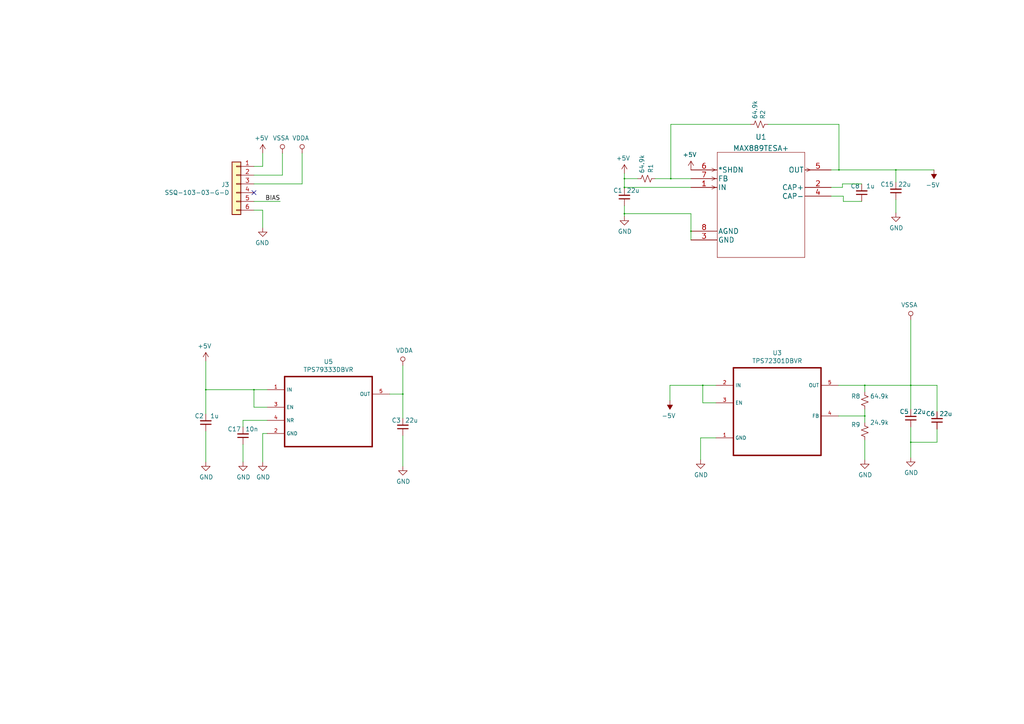
<source format=kicad_sch>
(kicad_sch (version 20210621) (generator eeschema)
  (paper "A4")
  (lib_symbols
    (symbol "Connector_Generic:Conn_01x06" (pin_names hide)
      (property "Reference" "J" (at 0 7.62 0))
      (property "Value" "Conn_01x06" (at 0 -10.16 0))
      (symbol "Conn_01x06_1_1"
        (rectangle (start -1.27 -7.493) (end 0 -7.747) (stroke (width 0.1524)))
        (rectangle (start -1.27 -4.953) (end 0 -5.207) (stroke (width 0.1524)))
        (rectangle (start -1.27 -2.413) (end 0 -2.667) (stroke (width 0.1524)))
        (rectangle (start -1.27 0.127) (end 0 -0.127) (stroke (width 0.1524)))
        (rectangle (start -1.27 2.667) (end 0 2.413) (stroke (width 0.1524)))
        (rectangle (start -1.27 5.207) (end 0 4.953) (stroke (width 0.1524)))
        (rectangle (start -1.27 6.35) (end 1.27 -8.89) (stroke (width 0.254)) (fill (type background)))
        (pin passive line (at -5.08 5.08 0) (length 3.81) (name "Pin_1") (number "1"))
        (pin passive line (at -5.08 2.54 0) (length 3.81) (name "Pin_2") (number "2"))
        (pin passive line (at -5.08 0 0) (length 3.81) (name "Pin_3") (number "3"))
        (pin passive line (at -5.08 -2.54 0) (length 3.81) (name "Pin_4") (number "4"))
        (pin passive line (at -5.08 -5.08 0) (length 3.81) (name "Pin_5") (number "5"))
        (pin passive line (at -5.08 -7.62 0) (length 3.81) (name "Pin_6") (number "6"))
      )
    )
    (symbol "Device:C_Small" (pin_numbers hide) (pin_names (offset 0.254) hide)
      (property "Reference" "C" (at 0.254 1.778 0))
      (property "Value" "C_Small" (at 0.254 -2.032 0))
      (symbol "C_Small_0_1"
        (polyline (pts (xy -1.524 -0.508) (xy 1.524 -0.508)) (stroke (width 0.3302)))
        (polyline (pts (xy -1.524 0.508) (xy 1.524 0.508)) (stroke (width 0.3048)))
      )
      (symbol "C_Small_1_1"
        (pin passive line (at 0 2.54 270) (length 2.032) (name "~") (number "1"))
        (pin passive line (at 0 -2.54 90) (length 2.032) (name "~") (number "2"))
      )
    )
    (symbol "Device:R_Small_US" (pin_numbers hide) (pin_names (offset 0.254) hide)
      (property "Reference" "R" (at 0.762 0.508 0))
      (property "Value" "R_Small_US" (at 0.762 -1.016 0))
      (symbol "R_Small_US_1_1"
        (polyline (pts (xy 0 0) (xy 1.016 -0.381) (xy 0 -0.762) (xy -1.016 -1.143) (xy 0 -1.524)))
        (polyline (pts (xy 0 1.524) (xy 1.016 1.143) (xy 0 0.762) (xy -1.016 0.381) (xy 0 0)))
        (pin passive line (at 0 2.54 270) (length 1.016) (name "~") (number "1"))
        (pin passive line (at 0 -2.54 90) (length 1.016) (name "~") (number "2"))
      )
    )
    (symbol "TPS72301DBVR:TPS72301DBVR"
      (property "Reference" "U" (at -5.5372 12.2682 0))
      (property "Value" "TPS72301DBVR" (at -3.8862 -18.2372 0))
      (symbol "TPS72301DBVR_0_0"
        (polyline (pts (xy -12.7 -15.24) (xy 12.7 -15.24)) (stroke (width 0.4064)))
        (polyline (pts (xy -12.7 10.16) (xy -12.7 -15.24)) (stroke (width 0.4064)))
        (polyline (pts (xy 12.7 -15.24) (xy 12.7 10.16)) (stroke (width 0.4064)))
        (polyline (pts (xy 12.7 10.16) (xy -12.7 10.16)) (stroke (width 0.4064)))
        (pin passive line (at -17.78 -10.16 0) (length 5.08) (name "GND") (number "1"))
        (pin power_in line (at -17.78 5.08 0) (length 5.08) (name "IN") (number "2"))
        (pin input line (at -17.78 0 0) (length 5.08) (name "EN") (number "3"))
        (pin input line (at 17.78 -3.81 180) (length 5.08) (name "FB") (number "4"))
        (pin output line (at 17.78 5.08 180) (length 5.08) (name "OUT") (number "5"))
      )
    )
    (symbol "TPS79333DBVR:TPS79333DBVR"
      (property "Reference" "U" (at -4.8006 9.6012 0))
      (property "Value" "TPS79333DBVR" (at -3.7592 -16.2052 0))
      (symbol "TPS79333DBVR_0_0"
        (polyline (pts (xy -12.7 -12.7) (xy 12.7 -12.7)) (stroke (width 0.4064)))
        (polyline (pts (xy -12.7 7.62) (xy -12.7 -12.7)) (stroke (width 0.4064)))
        (polyline (pts (xy 12.7 -12.7) (xy 12.7 7.62)) (stroke (width 0.4064)))
        (polyline (pts (xy 12.7 7.62) (xy -12.7 7.62)) (stroke (width 0.4064)))
        (pin input line (at -17.78 3.81 0) (length 5.08) (name "IN") (number "1"))
        (pin passive line (at -17.78 -8.89 0) (length 5.08) (name "GND") (number "2"))
        (pin input line (at -17.78 -1.27 0) (length 5.08) (name "EN") (number "3"))
        (pin input line (at -17.78 -5.08 0) (length 5.08) (name "NR") (number "4"))
        (pin output line (at 17.78 2.54 180) (length 5.08) (name "OUT") (number "5"))
      )
    )
    (symbol "max889:MAX889TESA+" (pin_names (offset 0.254))
      (property "Reference" "U" (at 20.32 10.16 0))
      (property "Value" "MAX889TESA+" (at 20.32 7.62 0))
      (symbol "MAX889TESA+_1_1"
        (polyline (pts (xy 7.112 -5.08) (xy 6.0452 -5.588)) (stroke (width 0.127)))
        (polyline (pts (xy 7.112 -5.08) (xy 6.0452 -4.572)) (stroke (width 0.127)))
        (polyline (pts (xy 7.112 -2.54) (xy 6.0452 -3.048)) (stroke (width 0.127)))
        (polyline (pts (xy 7.112 -2.54) (xy 6.0452 -2.032)) (stroke (width 0.127)))
        (polyline (pts (xy 7.112 0) (xy 6.0452 -0.508)) (stroke (width 0.127)))
        (polyline (pts (xy 7.112 0) (xy 6.0452 0.508)) (stroke (width 0.127)))
        (polyline (pts (xy 7.62 -25.4) (xy 33.02 -25.4)) (stroke (width 0.127)))
        (polyline (pts (xy 7.62 5.08) (xy 7.62 -25.4)) (stroke (width 0.127)))
        (polyline (pts (xy 33.02 -25.4) (xy 33.02 5.08)) (stroke (width 0.127)))
        (polyline (pts (xy 33.02 5.08) (xy 7.62 5.08)) (stroke (width 0.127)))
        (polyline (pts (xy 33.528 -0.508) (xy 34.5948 0)) (stroke (width 0.127)))
        (polyline (pts (xy 33.528 0.508) (xy 34.5948 0)) (stroke (width 0.127)))
        (pin input line (at 0 -5.08 0) (length 7.62) (name "IN") (number "1"))
        (pin unspecified line (at 40.64 -5.08 180) (length 7.62) (name "CAP+") (number "2"))
        (pin power_in line (at 0 -20.32 0) (length 7.62) (name "GND") (number "3"))
        (pin unspecified line (at 40.64 -7.62 180) (length 7.62) (name "CAP-") (number "4"))
        (pin output line (at 40.64 0 180) (length 7.62) (name "OUT") (number "5"))
        (pin input line (at 0 0 0) (length 7.62) (name "*SHDN") (number "6"))
        (pin input line (at 0 -2.54 0) (length 7.62) (name "FB") (number "7"))
        (pin power_in line (at 0 -17.78 0) (length 7.62) (name "AGND") (number "8"))
      )
    )
    (symbol "power:+5V" (power) (pin_names (offset 0))
      (property "Value" "+5V" (at 0 3.556 0))
      (symbol "+5V_0_1"
        (polyline (pts (xy -0.762 1.27) (xy 0 2.54)))
        (polyline (pts (xy 0 0) (xy 0 2.54)))
        (polyline (pts (xy 0 2.54) (xy 0.762 1.27)))
      )
      (symbol "+5V_1_1"
        (pin power_in line (at 0 0 90) (length 0) hide (name "+5V") (number "1"))
      )
    )
    (symbol "power:-5V" (power) (pin_names (offset 0))
      (property "Value" "-5V" (at 0 3.81 0))
      (symbol "-5V_0_0"
        (pin power_in line (at 0 0 90) (length 0) hide (name "-5V") (number "1"))
      )
      (symbol "-5V_0_1"
        (polyline (pts (xy 0 0) (xy 0 1.27) (xy 0.762 1.27) (xy 0 2.54) (xy -0.762 1.27) (xy 0 1.27)) (fill (type outline)))
      )
    )
    (symbol "power:GND" (power) (pin_names (offset 0))
      (property "Value" "GND" (at 0 -3.81 0))
      (symbol "GND_0_1"
        (polyline (pts (xy 0 0) (xy 0 -1.27) (xy 1.27 -1.27) (xy 0 -2.54) (xy -1.27 -1.27) (xy 0 -1.27)))
      )
      (symbol "GND_1_1"
        (pin power_in line (at 0 0 270) (length 0) hide (name "GND") (number "1"))
      )
    )
    (symbol "power:VDDA" (power) (pin_names (offset 0))
      (property "Value" "VDDA" (at 0 3.81 0))
      (symbol "VDDA_0_1"
        (circle (center 0 1.905) (radius 0.635))
        (polyline (pts (xy 0 0) (xy 0 1.27)))
      )
      (symbol "VDDA_1_1"
        (pin power_in line (at 0 0 90) (length 0) hide (name "VDDA") (number "1"))
      )
    )
    (symbol "power:VSSA" (power) (pin_names (offset 0))
      (property "Value" "VSSA" (at 0 3.81 0))
      (symbol "VSSA_0_1"
        (circle (center 0 1.905) (radius 0.635))
        (polyline (pts (xy 0 0) (xy 0 1.27)))
      )
      (symbol "VSSA_1_1"
        (pin power_in line (at 0 0 90) (length 0) hide (name "VSSA") (number "1"))
      )
    )
  )
  (junction (at 59.69 113.03) (diameter 0.3048))
  (junction (at 73.66 113.03) (diameter 0.3048))
  (junction (at 116.84 114.3) (diameter 0.3048))
  (junction (at 181.102 51.816) (diameter 0.3048))
  (junction (at 181.102 54.356) (diameter 0.3048))
  (junction (at 181.102 61.976) (diameter 0.3048))
  (junction (at 194.564 51.816) (diameter 0.3048))
  (junction (at 200.406 67.056) (diameter 0.3048))
  (junction (at 203.835 111.76) (diameter 0.3048))
  (junction (at 243.332 49.276) (diameter 0.3048))
  (junction (at 250.825 111.76) (diameter 0.3048))
  (junction (at 250.825 120.65) (diameter 0.3048))
  (junction (at 259.842 49.276) (diameter 0.3048))
  (junction (at 264.16 111.76) (diameter 0.3048))
  (junction (at 264.16 128.27) (diameter 0.3048))
  (no_connect (at 73.66 55.88))
  (wire (pts (xy 59.69 104.775) (xy 59.69 113.03)))
  (wire (pts (xy 59.69 113.03) (xy 59.69 120.015)))
  (wire (pts (xy 59.69 125.095) (xy 59.69 133.985)))
  (wire (pts (xy 70.485 123.825) (xy 70.485 121.92)))
  (wire (pts (xy 70.485 133.985) (xy 70.485 128.905)))
  (wire (pts (xy 73.66 58.42) (xy 81.28 58.42)))
  (wire (pts (xy 73.66 113.03) (xy 59.69 113.03)))
  (wire (pts (xy 73.66 113.03) (xy 77.47 113.03)))
  (wire (pts (xy 73.66 118.11) (xy 73.66 113.03)))
  (wire (pts (xy 76.2 48.26) (xy 73.66 48.26)))
  (wire (pts (xy 76.2 48.26) (xy 76.2 44.45)))
  (wire (pts (xy 76.2 60.96) (xy 73.66 60.96)))
  (wire (pts (xy 76.2 60.96) (xy 76.2 66.04)))
  (wire (pts (xy 76.2 125.73) (xy 76.2 133.985)))
  (wire (pts (xy 77.47 118.11) (xy 73.66 118.11)))
  (wire (pts (xy 77.47 121.92) (xy 70.485 121.92)))
  (wire (pts (xy 77.47 125.73) (xy 76.2 125.73)))
  (wire (pts (xy 81.915 44.45) (xy 81.915 50.8)))
  (wire (pts (xy 81.915 50.8) (xy 73.66 50.8)))
  (wire (pts (xy 87.63 44.45) (xy 87.63 53.34)))
  (wire (pts (xy 87.63 53.34) (xy 73.66 53.34)))
  (wire (pts (xy 113.03 114.3) (xy 116.84 114.3)))
  (wire (pts (xy 116.84 106.045) (xy 116.84 114.3)))
  (wire (pts (xy 116.84 114.3) (xy 116.84 121.285)))
  (wire (pts (xy 116.84 126.365) (xy 116.84 135.255)))
  (wire (pts (xy 181.102 50.292) (xy 181.102 51.816)))
  (wire (pts (xy 181.102 51.816) (xy 181.102 54.356)))
  (wire (pts (xy 181.102 51.816) (xy 184.912 51.816)))
  (wire (pts (xy 181.102 54.356) (xy 181.102 54.61)))
  (wire (pts (xy 181.102 59.69) (xy 181.102 61.976)))
  (wire (pts (xy 181.102 61.976) (xy 181.102 62.738)))
  (wire (pts (xy 189.992 51.816) (xy 194.564 51.816)))
  (wire (pts (xy 194.31 116.205) (xy 194.31 111.76)))
  (wire (pts (xy 194.564 36.068) (xy 194.564 51.816)))
  (wire (pts (xy 194.564 51.816) (xy 200.406 51.816)))
  (wire (pts (xy 200.406 54.356) (xy 181.102 54.356)))
  (wire (pts (xy 200.406 61.976) (xy 181.102 61.976)))
  (wire (pts (xy 200.406 67.056) (xy 200.406 61.976)))
  (wire (pts (xy 200.406 67.056) (xy 200.406 69.596)))
  (wire (pts (xy 203.2 127) (xy 207.645 127)))
  (wire (pts (xy 203.2 133.35) (xy 203.2 127)))
  (wire (pts (xy 203.835 111.76) (xy 194.31 111.76)))
  (wire (pts (xy 203.835 111.76) (xy 207.645 111.76)))
  (wire (pts (xy 203.835 116.84) (xy 203.835 111.76)))
  (wire (pts (xy 207.645 116.84) (xy 203.835 116.84)))
  (wire (pts (xy 217.678 36.068) (xy 194.564 36.068)))
  (wire (pts (xy 222.758 36.068) (xy 243.332 36.068)))
  (wire (pts (xy 241.046 54.356) (xy 244.348 54.356)))
  (wire (pts (xy 243.205 111.76) (xy 250.825 111.76)))
  (wire (pts (xy 243.205 120.65) (xy 250.825 120.65)))
  (wire (pts (xy 243.332 36.068) (xy 243.332 49.276)))
  (wire (pts (xy 243.332 49.276) (xy 241.046 49.276)))
  (wire (pts (xy 244.348 53.34) (xy 249.936 53.34)))
  (wire (pts (xy 244.348 54.356) (xy 244.348 53.34)))
  (wire (pts (xy 244.602 56.896) (xy 241.046 56.896)))
  (wire (pts (xy 244.602 58.42) (xy 244.602 56.896)))
  (wire (pts (xy 249.936 58.42) (xy 244.602 58.42)))
  (wire (pts (xy 250.825 111.76) (xy 264.16 111.76)))
  (wire (pts (xy 250.825 113.665) (xy 250.825 111.76)))
  (wire (pts (xy 250.825 118.745) (xy 250.825 120.65)))
  (wire (pts (xy 250.825 120.65) (xy 250.825 122.555)))
  (wire (pts (xy 250.825 133.35) (xy 250.825 127.635)))
  (wire (pts (xy 259.842 49.276) (xy 243.332 49.276)))
  (wire (pts (xy 259.842 49.276) (xy 259.842 52.832)))
  (wire (pts (xy 259.842 49.276) (xy 270.891 49.276)))
  (wire (pts (xy 259.842 57.912) (xy 259.842 61.722)))
  (wire (pts (xy 264.16 92.837) (xy 264.16 111.76)))
  (wire (pts (xy 264.16 111.76) (xy 264.16 118.745)))
  (wire (pts (xy 264.16 123.825) (xy 264.16 128.27)))
  (wire (pts (xy 264.16 128.27) (xy 264.16 132.715)))
  (wire (pts (xy 264.16 128.27) (xy 271.78 128.27)))
  (wire (pts (xy 271.78 111.76) (xy 264.16 111.76)))
  (wire (pts (xy 271.78 119.38) (xy 271.78 111.76)))
  (wire (pts (xy 271.78 128.27) (xy 271.78 124.46)))
  (label "BIAS" (at 81.28 58.42 180))
  (symbol (lib_id "power:VSSA") (at 81.915 44.45 0) (mirror y) (unit 1)
    (property "Reference" "#PWR0126" (effects hide))
    (property "Value" "VSSA" (at 81.4832 40.0558 0))
  )
  (symbol (lib_id "power:VDDA") (at 87.63 44.45 0) (mirror y) (unit 1)
    (property "Reference" "#PWR0127" (effects hide))
    (property "Value" "VDDA" (at 87.1982 40.0558 0))
  )
  (symbol (lib_id "power:VDDA") (at 116.84 106.045 0) (unit 1)
    (property "Reference" "#PWR0115" (effects hide))
    (property "Value" "VDDA" (at 117.2718 101.6508 0))
  )
  (symbol (lib_id "power:VSSA") (at 264.16 92.837 0) (mirror y) (unit 1)
    (property "Reference" "#PWR0109" (effects hide))
    (property "Value" "VSSA" (at 263.7282 88.4428 0))
  )
  (symbol (lib_id "power:+5V") (at 59.69 104.775 0) (mirror y) (unit 1)
    (property "Reference" "#PWR0104" (effects hide))
    (property "Value" "+5V" (at 59.309 100.3808 0))
  )
  (symbol (lib_id "power:+5V") (at 76.2 44.45 0) (mirror y) (unit 1)
    (property "Reference" "#PWR0124" (effects hide))
    (property "Value" "+5V" (at 75.819 40.0558 0))
  )
  (symbol (lib_id "power:+5V") (at 181.102 50.292 0) (mirror y) (unit 1)
    (property "Reference" "#PWR0101" (effects hide))
    (property "Value" "+5V" (at 180.721 45.8978 0))
  )
  (symbol (lib_id "power:-5V") (at 194.31 116.205 180) (unit 1)
    (property "Reference" "#PWR0110" (effects hide))
    (property "Value" "-5V" (at 193.929 120.5992 0))
  )
  (symbol (lib_id "power:+5V") (at 200.406 49.276 0) (mirror y) (unit 1)
    (property "Reference" "#PWR0111" (effects hide))
    (property "Value" "+5V" (at 200.025 44.8818 0))
  )
  (symbol (lib_id "power:-5V") (at 270.891 49.276 180) (unit 1)
    (property "Reference" "#PWR04" (effects hide))
    (property "Value" "-5V" (at 270.51 53.6702 0))
  )
  (symbol (lib_id "power:GND") (at 59.69 133.985 0) (unit 1)
    (property "Reference" "#PWR0105" (effects hide))
    (property "Value" "GND" (at 59.817 138.3792 0))
  )
  (symbol (lib_id "power:GND") (at 70.485 133.985 0) (unit 1)
    (property "Reference" "#PWR0102" (effects hide))
    (property "Value" "GND" (at 70.612 138.3792 0))
  )
  (symbol (lib_id "power:GND") (at 76.2 66.04 0) (mirror y) (unit 1)
    (property "Reference" "#PWR0123" (effects hide))
    (property "Value" "GND" (at 76.073 70.4342 0))
  )
  (symbol (lib_id "power:GND") (at 76.2 133.985 0) (unit 1)
    (property "Reference" "#PWR0103" (effects hide))
    (property "Value" "GND" (at 76.327 138.3792 0))
  )
  (symbol (lib_id "power:GND") (at 116.84 135.255 0) (unit 1)
    (property "Reference" "#PWR0106" (effects hide))
    (property "Value" "GND" (at 116.967 139.6492 0))
  )
  (symbol (lib_id "power:GND") (at 181.102 62.738 0) (unit 1)
    (property "Reference" "#PWR0120" (effects hide))
    (property "Value" "GND" (at 181.229 67.1322 0))
  )
  (symbol (lib_id "power:GND") (at 203.2 133.35 0) (unit 1)
    (property "Reference" "#PWR0112" (effects hide))
    (property "Value" "GND" (at 203.327 137.7442 0))
  )
  (symbol (lib_id "power:GND") (at 250.825 133.35 0) (unit 1)
    (property "Reference" "#PWR0107" (effects hide))
    (property "Value" "GND" (at 250.952 137.7442 0))
  )
  (symbol (lib_id "power:GND") (at 259.842 61.722 0) (unit 1)
    (property "Reference" "#PWR0119" (effects hide))
    (property "Value" "GND" (at 259.969 66.1162 0))
  )
  (symbol (lib_id "power:GND") (at 264.16 132.715 0) (unit 1)
    (property "Reference" "#PWR0108" (effects hide))
    (property "Value" "GND" (at 264.287 137.1092 0))
  )
  (symbol (lib_id "Device:R_Small_US") (at 187.452 51.816 270) (unit 1)
    (property "Reference" "R1" (at 188.722 47.498 0) (effects (justify left)))
    (property "Value" "64.9k" (at 186.182 44.831 0) (effects (justify left)))
    (property "Footprint" "footprints:R_0603_1608Metric" (effects hide))
  )
  (symbol (lib_id "Device:R_Small_US") (at 220.218 36.068 270) (unit 1)
    (property "Reference" "R2" (at 221.234 31.877 0) (effects (justify left)))
    (property "Value" "64.9k" (at 218.948 29.083 0) (effects (justify left)))
    (property "Footprint" "footprints:R_0603_1608Metric" (effects hide))
  )
  (symbol (lib_id "Device:R_Small_US") (at 250.825 116.205 180) (unit 1)
    (property "Reference" "R8" (at 249.555 114.935 0) (effects (justify left)))
    (property "Value" "64.9k" (at 257.81 114.935 0) (effects (justify left)))
    (property "Footprint" "footprints:R_0603_1608Metric" (effects hide))
  )
  (symbol (lib_id "Device:R_Small_US") (at 250.825 125.095 180) (unit 1)
    (property "Reference" "R9" (at 249.555 123.19 0) (effects (justify left)))
    (property "Value" "24.9k" (at 257.81 122.555 0) (effects (justify left)))
    (property "Footprint" "footprints:R_0603_1608Metric" (effects hide))
  )
  (symbol (lib_id "Device:C_Small") (at 59.69 122.555 180) (unit 1)
    (property "Reference" "C2" (at 57.785 120.65 0))
    (property "Value" "1u" (at 62.23 120.65 0))
    (property "Footprint" "footprints:C_0603_1608Metric" (effects hide))
  )
  (symbol (lib_id "Device:C_Small") (at 70.485 126.365 180) (unit 1)
    (property "Reference" "C17" (at 67.945 124.46 0))
    (property "Value" "10n" (at 73.025 124.46 0))
    (property "Footprint" "footprints:C_0603_1608Metric" (effects hide))
  )
  (symbol (lib_id "Device:C_Small") (at 116.84 123.825 180) (unit 1)
    (property "Reference" "C3" (at 114.935 121.92 0))
    (property "Value" "22u" (at 119.38 121.92 0))
    (property "Footprint" "footprints:C_0603_1608Metric" (effects hide))
  )
  (symbol (lib_id "Device:C_Small") (at 181.102 57.15 180) (unit 1)
    (property "Reference" "C1" (at 179.197 55.245 0))
    (property "Value" "22u" (at 183.642 55.245 0))
    (property "Footprint" "footprints:C_0603_1608Metric" (effects hide))
  )
  (symbol (lib_id "Device:C_Small") (at 249.936 55.88 180) (unit 1)
    (property "Reference" "C8" (at 248.031 53.975 0))
    (property "Value" "1u" (at 252.476 53.975 0))
    (property "Footprint" "footprints:C_0603_1608Metric" (effects hide))
  )
  (symbol (lib_id "Device:C_Small") (at 259.842 55.372 180) (unit 1)
    (property "Reference" "C15" (at 257.302 53.467 0))
    (property "Value" "22u" (at 262.382 53.467 0))
    (property "Footprint" "footprints:C_0603_1608Metric" (effects hide))
  )
  (symbol (lib_id "Device:C_Small") (at 264.16 121.285 180) (unit 1)
    (property "Reference" "C5" (at 262.255 119.38 0))
    (property "Value" "22u" (at 266.7 119.38 0))
    (property "Footprint" "footprints:C_0603_1608Metric" (effects hide))
  )
  (symbol (lib_id "Device:C_Small") (at 271.78 121.92 180) (unit 1)
    (property "Reference" "C6" (at 269.875 120.015 0))
    (property "Value" "22u" (at 274.32 120.015 0))
    (property "Footprint" "footprints:C_0603_1608Metric" (effects hide))
  )
  (symbol (lib_id "Connector_Generic:Conn_01x06") (at 68.58 53.34 0) (mirror y) (unit 1)
    (property "Reference" "J3" (at 66.548 53.5432 0) (effects (justify left)))
    (property "Value" "SSQ-103-03-G-D" (at 66.548 55.8546 0) (effects (justify left)))
    (property "Footprint" "footprints:PinHeader_2x03_P2.54mm_Vertical" (effects hide))
  )
  (symbol (lib_id "TPS79333DBVR:TPS79333DBVR") (at 95.25 116.84 0) (unit 1)
    (property "Reference" "U5" (at 95.25 104.902 0))
    (property "Value" "TPS79333DBVR" (at 95.25 107.2134 0))
    (property "Footprint" "footprints:TPS79333DBVR" (effects hide))
    (property "Datasheet" "Texas Instruments" (effects hide))
    (property "Field4" "SOT-23-5 Texas Instruments" (effects hide))
    (property "Field5" "Single Output LDO, 200mA, Fixed_3.3V_, High PSRR, Low Noise 5-SOT-23 -40 to 125" (effects hide))
    (property "Field6" "0.42 USD" (effects hide))
    (property "Field7" "TPS79333DBVR" (effects hide))
    (property "Field8" "Good" (effects hide))
  )
  (symbol (lib_id "TPS72301DBVR:TPS72301DBVR") (at 225.425 116.84 0) (unit 1)
    (property "Reference" "U3" (at 225.425 102.362 0))
    (property "Value" "TPS72301DBVR" (at 225.425 104.6734 0))
    (property "Footprint" "footprints:TPS72301DBVR" (effects hide))
    (property "Datasheet" "SOT-23-5 Texas Instruments" (effects hide))
    (property "Field4" "Texas Instruments" (effects hide))
    (property "Field5" "Good" (effects hide))
    (property "Field6" "200mA, Negative Output Low-Dropout Linear Regulator 5-SOT-23 -40 to 125" (effects hide))
    (property "Field7" "TPS72301DBVR" (effects hide))
    (property "Field8" "1.75 USD" (effects hide))
  )
  (symbol (lib_id "max889:MAX889TESA+") (at 200.406 49.276 0) (unit 1)
    (property "Reference" "U1" (at 220.726 39.7285 0) (effects (font (size 1.524 1.524))))
    (property "Value" "MAX889TESA+" (at 220.726 43.0075 0) (effects (font (size 1.524 1.524))))
    (property "Footprint" "footprints:MAX889TESA&plus_" (effects hide))
  )
)
</source>
